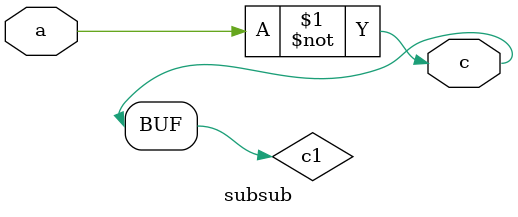
<source format=v>

module test;

   reg a, b1, b2;

   submod m1 (a, b1, c1);
   submod m2 (a, b2, c2);

   task set;
      input [2:0] bits;
      reg t1;
      begin
	 t1 <= a;
	 #1 {a,b1,b2} <= bits;
      end
   endtask

   initial
     begin
	$dumpfile("work/vcd-dup.vcd");
	$dumpvars(2, test);             // test, test.m1, test.m2
	$dumpvars(3, m2.c1, m1.mm1.c1); // duplicate signals
	#0;                             // does not trip $enddefinitions
	a = 0;                          // does not trip $enddefinitions
	$dumpvars(0, m1);               // (test.m1), test.m1.mm1, test.m1.mm2
	#1;                             // $enddefinitions called
	$dumpvars(0, m2);               // ignored
     end

   initial
     begin
	#1 set(3'd 0);
	#1;
	#1 set(3'd 1);
	#1;
	#1 set(3'd 2);
	#1 $dumpoff;
	#1 set(3'd 3);
	#1;
	#1 set(3'd 4);
	#1 $dumpon;
	#1 set(3'd 5);
	#1;
	#1 set(3'd 6);
	#1;
	#1 set(3'd 7);
	#1;
	#1 set(3'd 0);
	#1 $dumpall;
	#1 $finish;
     end

endmodule

module submod (a, b, c);

   input a, b;
   output c;

   subsub mm1 (a&b, c1);
   subsub mm2 (a|b, c2);

   assign c = c1 ^ c2;

endmodule

module subsub (a, c);

   input a;
   output c;

   wire c1 = ~a;

   assign c = c1;

endmodule

</source>
